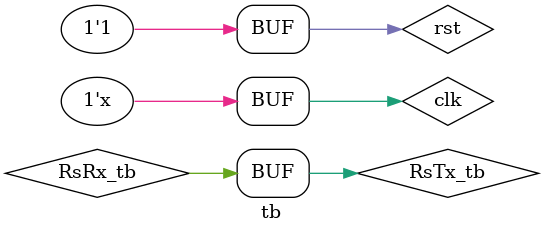
<source format=v>
`timescale 1 ns / 1 ps
module tb();
reg clk,rst;
//wire [7:0] LED;
reg RsRx_tb;
wire RsTx_tb;

//wire test_bit = tb.dut.u_CORTEXM0INTEGRATION.u_cortexm0.cm0_r00[2];

//assign tb.dut.u_CORTEXM0INTEGRATION.u_cortexm0.cm0_r00 = (test_bit==1'b0) ? 32'd0:tb.dut.u_CORTEXM0INTEGRATION.u_cortexm0.cm0_r00;

always@*
RsRx_tb = RsTx_tb;

AHBLITE_SYS dut(.CLK(clk),
             .RESET(rst),
             .TCK_SWCLK(),
             .TDI_NC(),
             .TMS_SWDIO(),
             .TDO_SWO(),
             //.LED(LED)
             .RsRx(RsRx_tb),
             .RsTx(RsTx_tb)
             );

initial
    begin
        rst=0;
        clk=0;
        #7;
        rst=1;
    end

always #5 clk=~clk;

initial 
    begin
        $dumpfile ("AHBLITE_SYS.vcd");
        $dumpvars (0, tb);
        #1;
    end

endmodule

</source>
